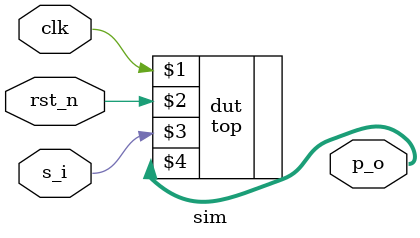
<source format=v>
module sim #(parameter n = 8)(clk,rst_n,s_i,p_o);
    input clk,rst_n,s_i;
    output reg [n-1:0] p_o;
    top #(.n(8)) dut (clk,rst_n,s_i,p_o);
    initial 
        begin
            $dumpfile("sim.vcd");
            $dumpvars(0,sim);
            #1;
        end
endmodule
</source>
